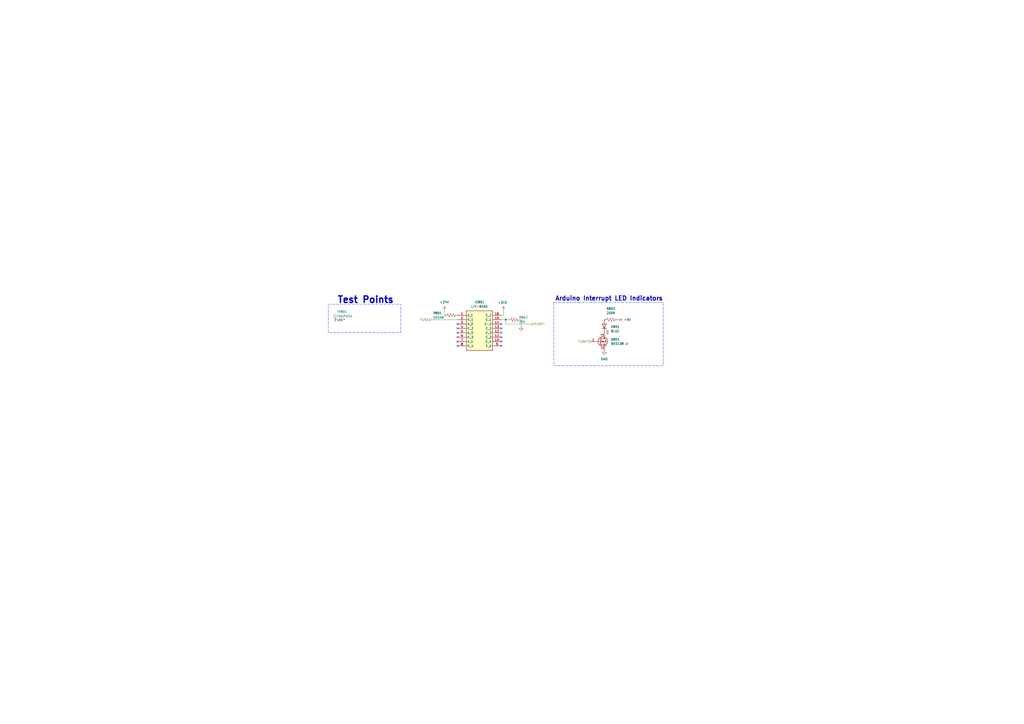
<source format=kicad_sch>
(kicad_sch (version 20250114) (generator "eeschema") (generator_version "9.0")
  (paper "A2")
  (title_block (title "MEP MAXI 85V-1 REV 2 Interface Board") (date "2024-12-08") (rev "X1") (company "McMillan Enterprises") (comment 1 "Firmware: John Gilcreast (johngilcreast@gmail.com)") (comment 2 "Hardware: Connor McMillan (connor@mcmillan.website)"))
  (lib_symbols
    (symbol "Connector:TestPoint" (pin_numbers (hide yes)) (pin_names (offset 0.762) (hide yes))
      (property "Reference" "TP" (at 0 6.858 0))
      (property "Value" "TestPoint" (at 0 5.08 0))
      (symbol "TestPoint_0_1"
        (circle (center 0 3.302) (radius 0.762))
      )
      (symbol "TestPoint_1_1"
        (pin passive line (at 0 0 90) (length 2.54) (name "1") (number "1"))
      )
    )
    (symbol "Device:LED" (pin_numbers (hide yes)) (pin_names (offset 1.016) (hide yes))
      (property "Reference" "D" (at 0 2.54 0))
      (property "Value" "LED" (at 0 -2.54 0))
      (symbol "LED_0_1"
        (polyline (pts (xy -3.048 -0.762) (xy -4.572 -2.286) (xy -3.81 -2.286) (xy -4.572 -2.286) (xy -4.572 -1.524)))
        (polyline (pts (xy -1.778 -0.762) (xy -3.302 -2.286) (xy -2.54 -2.286) (xy -3.302 -2.286) (xy -3.302 -1.524)))
        (polyline (pts (xy -1.27 0) (xy 1.27 0)))
        (polyline (pts (xy -1.27 -1.27) (xy -1.27 1.27)) (stroke (width 0.254)))
        (polyline (pts (xy 1.27 -1.27) (xy 1.27 1.27) (xy -1.27 0) (xy 1.27 -1.27)) (stroke (width 0.254)))
      )
      (symbol "LED_1_1"
        (pin passive line (at -3.81 0 0) (length 2.54) (name "K") (number "1"))
        (pin passive line (at 3.81 0 180) (length 2.54) (name "A") (number "2"))
      )
    )
    (symbol "Device:R_US" (pin_numbers (hide yes)) (pin_names (offset 0))
      (property "Reference" "R" (at 2.54 0 90))
      (property "Value" "R_US" (at -2.54 0 90))
      (symbol "R_US_0_1"
        (polyline (pts (xy 0 2.286) (xy 0 2.54)))
        (polyline (pts (xy 0 2.286) (xy 1.016 1.905) (xy 0 1.524) (xy -1.016 1.143) (xy 0 0.762)))
        (polyline (pts (xy 0 0.762) (xy 1.016 0.381) (xy 0 0) (xy -1.016 -0.381) (xy 0 -0.762)))
        (polyline (pts (xy 0 -0.762) (xy 1.016 -1.143) (xy 0 -1.524) (xy -1.016 -1.905) (xy 0 -2.286)))
        (polyline (pts (xy 0 -2.286) (xy 0 -2.54)))
      )
      (symbol "R_US_1_1"
        (pin passive line (at 0 3.81 270) (length 1.27) (name "~") (number "1"))
        (pin passive line (at 0 -3.81 90) (length 1.27) (name "~") (number "2"))
      )
    )
    (symbol "LTV-846S:LTV-846S"
      (property "Reference" "IC" (at 21.59 7.62 0))
      (property "Value" "LTV-846S" (at 21.59 5.08 0))
      (symbol "LTV-846S_1_1"
        (rectangle (start 5.08 2.54) (end 20.32 -20.32) (stroke (width 0.254)) (fill (type background)))
        (pin passive line (at 0 0 0) (length 5.08) (name "A_1") (number "1"))
        (pin passive line (at 0 -2.54 0) (length 5.08) (name "K_1") (number "2"))
        (pin passive line (at 0 -5.08 0) (length 5.08) (name "A_2") (number "3"))
        (pin passive line (at 0 -7.62 0) (length 5.08) (name "K_2") (number "4"))
        (pin passive line (at 0 -10.16 0) (length 5.08) (name "A_3") (number "5"))
        (pin passive line (at 0 -12.7 0) (length 5.08) (name "K_3") (number "6"))
        (pin passive line (at 0 -15.24 0) (length 5.08) (name "A_4") (number "7"))
        (pin passive line (at 0 -17.78 0) (length 5.08) (name "K_4") (number "8"))
        (pin passive line (at 25.4 0 180) (length 5.08) (name "C_1") (number "16"))
        (pin passive line (at 25.4 -2.54 180) (length 5.08) (name "E_1") (number "15"))
        (pin passive line (at 25.4 -5.08 180) (length 5.08) (name "C-2") (number "14"))
        (pin passive line (at 25.4 -7.62 180) (length 5.08) (name "E_2") (number "13"))
        (pin passive line (at 25.4 -10.16 180) (length 5.08) (name "C_3") (number "12"))
        (pin passive line (at 25.4 -12.7 180) (length 5.08) (name "E_3") (number "11"))
        (pin passive line (at 25.4 -15.24 180) (length 5.08) (name "C_4") (number "10"))
        (pin passive line (at 25.4 -17.78 180) (length 5.08) (name "E_4") (number "9"))
      )
    )
    (symbol "Transistor_FET:BSS138" (pin_names (hide yes))
      (property "Reference" "Q" (at 5.08 1.905 0))
      (property "Value" "BSS138" (at 5.08 0 0))
      (symbol "BSS138_0_1"
        (polyline (pts (xy 0.254 1.905) (xy 0.254 -1.905)) (stroke (width 0.254)))
        (polyline (pts (xy 0.254 0) (xy -2.54 0)))
        (polyline (pts (xy 0.762 2.286) (xy 0.762 1.27)) (stroke (width 0.254)))
        (polyline (pts (xy 0.762 0.508) (xy 0.762 -0.508)) (stroke (width 0.254)))
        (polyline (pts (xy 0.762 -1.27) (xy 0.762 -2.286)) (stroke (width 0.254)))
        (polyline (pts (xy 0.762 -1.778) (xy 3.302 -1.778) (xy 3.302 1.778) (xy 0.762 1.778)))
        (polyline (pts (xy 1.016 0) (xy 2.032 0.381) (xy 2.032 -0.381) (xy 1.016 0)) (fill (type outline)))
        (circle (center 1.651 0) (radius 2.794) (stroke (width 0.254)))
        (polyline (pts (xy 2.54 2.54) (xy 2.54 1.778)))
        (circle (center 2.54 1.778) (radius 0.254) (fill (type outline)))
        (circle (center 2.54 -1.778) (radius 0.254) (fill (type outline)))
        (polyline (pts (xy 2.54 -2.54) (xy 2.54 0) (xy 0.762 0)))
        (polyline (pts (xy 2.794 0.508) (xy 2.921 0.381) (xy 3.683 0.381) (xy 3.81 0.254)))
        (polyline (pts (xy 3.302 0.381) (xy 2.921 -0.254) (xy 3.683 -0.254) (xy 3.302 0.381)))
      )
      (symbol "BSS138_1_1"
        (pin input line (at -5.08 0 0) (length 2.54) (name "G") (number "1"))
        (pin passive line (at 2.54 5.08 270) (length 2.54) (name "D") (number "3"))
        (pin passive line (at 2.54 -5.08 90) (length 2.54) (name "S") (number "2"))
      )
    )
    (symbol "power:+24V" (power) (pin_numbers (hide yes)) (pin_names (offset 0) (hide yes))
      (property "Value" "+24V" (at 0 3.556 0))
      (symbol "+24V_0_1"
        (polyline (pts (xy -0.762 1.27) (xy 0 2.54)))
        (polyline (pts (xy 0 2.54) (xy 0.762 1.27)))
        (polyline (pts (xy 0 0) (xy 0 2.54)))
      )
      (symbol "+24V_1_1"
        (pin power_in line (at 0 0 90) (length 0) (name "~") (number "1"))
      )
    )
    (symbol "power:+3V3" (power) (pin_names (offset 0))
      (property "Value" "+3V3" (at 0 3.556 0))
      (symbol "+3V3_0_1"
        (polyline (pts (xy -0.762 1.27) (xy 0 2.54)))
        (polyline (pts (xy 0 2.54) (xy 0.762 1.27)))
        (polyline (pts (xy 0 0) (xy 0 2.54)))
      )
      (symbol "+3V3_1_1"
        (pin power_in line (at 0 0 90) (length 0) (hide yes) (name "+3V3") (number "1"))
      )
    )
    (symbol "power:+5V" (power) (pin_numbers (hide yes)) (pin_names (offset 0) (hide yes))
      (property "Value" "+5V" (at 0 3.556 0))
      (symbol "+5V_0_1"
        (polyline (pts (xy -0.762 1.27) (xy 0 2.54)))
        (polyline (pts (xy 0 2.54) (xy 0.762 1.27)))
        (polyline (pts (xy 0 0) (xy 0 2.54)))
      )
      (symbol "+5V_1_1"
        (pin power_in line (at 0 0 90) (length 0) (name "~") (number "1"))
      )
    )
    (symbol "power:GND" (power) (pin_numbers (hide yes)) (pin_names (offset 0) (hide yes))
      (property "Value" "GND" (at 0 -3.81 0))
      (symbol "GND_0_1"
        (polyline (pts (xy 0 0) (xy 0 -1.27) (xy 1.27 -1.27) (xy 0 -2.54) (xy -1.27 -1.27) (xy 0 -1.27)))
      )
      (symbol "GND_1_1"
        (pin power_in line (at 0 0 270) (length 0) (name "~") (number "1"))
      )
    )
  )
  (polyline (pts (xy 550.1704 381.8459) (xy 546.1239 387.0021) (xy 545.7768 387.0021) (xy 544.819 384.6793) (xy 544.2622 387.4812) (xy 543.5196 387.4812) (xy 544.358 383.2903) (xy 544.9926 383.2903) (xy 545.9581 385.7229) (xy 546.1 386.08) (xy 548.2783 383.2903) (xy 549.0012 382.3644) (xy 550.1234 381.5499) (xy 550.1704 381.8459)) (stroke (width -0.0001) (type solid)) (fill (type color)))
  (polyline (pts (xy 567.2524 388.276) (xy 567.2788 388.2772) (xy 567.305 388.2792) (xy 567.3309 388.282) (xy 567.3565 388.2856) (xy 567.3816 388.2899) (xy 567.4062 388.295) (xy 567.4304 388.3009) (xy 567.454 388.3075) (xy 567.4769 388.3148) (xy 567.4992 388.3228) (xy 567.5208 388.3316) (xy 567.5417 388.341) (xy 567.5617 388.3512) (xy 567.5808 388.362) (xy 567.599 388.3735) (xy 567.5327 388.5095) (xy 567.5162 388.4984) (xy 567.4992 388.4879) (xy 567.4816 388.4782) (xy 567.4635 388.4691) (xy 567.445 388.4608) (xy 567.426 388.4532) (xy 567.4066 388.4463) (xy 567.3868 388.4401) (xy 567.3667 388.4346) (xy 567.3461 388.4298) (xy 567.3253 388.4258) (xy 567.3042 388.4225) (xy 567.2828 388.4199) (xy 567.2612 388.4181) (xy 567.2394 388.417) (xy 567.2174 388.4166) (xy 567.1824 388.4176) (xy 567.1492 388.4204) (xy 567.1177 388.4249) (xy 567.0881 388.4312) (xy 567.0605 388.4392) (xy 567.0348 388.4488) (xy 567.0112 388.46) (xy 566.9898 388.4726) (xy 566.9707 388.4867) (xy 566.9619 388.4943) (xy 566.9538 388.5022) (xy 566.9463 388.5104) (xy 566.9393 388.5189) (xy 566.933 388.5278) (xy 566.9273 388.537) (xy 566.9223 388.5465) (xy 566.9179 388.5563) (xy 566.9141 388.5663) (xy 566.911 388.5767) (xy 566.9086 388.5873) (xy 566.9068 388.5982) (xy 566.9058 388.6093) (xy 566.9054 388.6207) (xy 566.9071 388.6425) (xy 566.9121 388.6624) (xy 566.9202 388.6805) (xy 566.931 388.6969) (xy 566.9445 388.7118) (xy 566.9604 388.7254) (xy 566.9785 388.7378) (xy 566.9985 388.7491) (xy 567.0203 388.7595) (xy 567.0436 388.7692) (xy 567.0939 388.7869) (xy 567.2033 388.8202) (xy 567.2588 388.8382) (xy 567.3126 388.8586) (xy 567.3384 388.8702) (xy 567.363 388.8828) (xy 567.3863 388.8967) (xy 567.4081 388.9119) (xy 567.4281 388.9287) (xy 567.4462 388.9472) (xy 567.462 388.9675) (xy 567.4755 388.9898) (xy 567.4864 389.0142) (xy 567.4944 389.041) (xy 567.4994 389.0701) (xy 567.5011 389.1019) (xy 567.5005 389.1228) (xy 567.4988 389.1432) (xy 567.4959 389.163) (xy 567.4919 389.1823) (xy 567.4867 389.201) (xy 567.4805 389.2191) (xy 567.4733 389.2367) (xy 567.465 389.2536) (xy 567.4557 389.27) (xy 567.4454 389.2858) (xy 567.4341 389.301) (xy 567.4218 389.3155) (xy 567.4087 389.3295) (xy 567.3946 389.3428) (xy 567.3796 389.3554) (xy 567.3638 389.3674) (xy 567.3471 389.3787) (xy 567.3296 389.3894) (xy 567.3113 389.3994) (xy 567.2922 389.4087) (xy 567.2724 389.4173) (xy 567.2518 389.4252) (xy 567.2305 389.4324) (xy 567.2085 389.4389) (xy 567.1858 389.4446) (xy 567.1625 389.4496) (xy 567.1385 389.4539) (xy 567.114 389.4574) (xy 567.0888 389.4601) (xy 567.063 389.4621) (xy 567.0368 389.4633) (xy 567.0099 389.4637) (xy 566.9767 389.463) (xy 566.9438 389.4609) (xy 566.9112 389.4575) (xy 566.879 389.4528) (xy 566.8475 389.447) (xy 566.8167 389.44) (xy 566.7867 389.432) (xy 566.7577 389.423) (xy 566.7298 389.413) (xy 566.7031 389.4022) (xy 566.6778 389.3906) (xy 566.6539 389.3782) (xy 566.6315 389.3652) (xy 566.6109 389.3515) (xy 566.5921 389.3373) (xy 566.5752 389.3226) (xy 566.6482 389.1898) (xy 566.6654 389.2047) (xy 566.6837 389.2189) (xy 566.7033 389.2323) (xy 566.7239 389.2449) (xy 566.7455 389.2567) (xy 566.768 389.2676) (xy 566.7913 389.2776) (xy 566.8154 389.2867) (xy 566.8402 389.2949) (xy 566.8655 389.302) (xy 566.8913 389.3082) (xy 566.9175 389.3133) (xy 566.9441 389.3173) (xy 566.9709 389.3202) (xy 566.9978 389.322) (xy 567.0249 389.3226) (xy 567.0593 389.3218) (xy 567.0922 389.3193) (xy 567.1234 389.3152) (xy 567.153 389.3095) (xy 567.1807 389.3022) (xy 567.2065 389.2934) (xy 567.2303 389.283) (xy 567.252 389.2712) (xy 567.2715 389.2578) (xy 567.2804 389.2506) (xy 567.2887 389.243) (xy 567.2964 389.2351) (xy 567.3035 389.2268) (xy 567.31 389.2182) (xy 567.3158 389.2092) (xy 567.3211 389.1999) (xy 567.3256 389.1902) (xy 567.3295 389.1802) (xy 567.3327 389.1698) (xy 567.3352 389.1591) (xy 567.337 389.1481) (xy 567.3381 389.1368) (xy 567.3385 389.1251) (xy 567.3368 389.1035) (xy 567.3318 389.0838) (xy 567.3238 389.0659) (xy 567.3129 389.0498) (xy 567.2994 389.0351) (xy 567.2835 389.0218) (xy 567.2654 389.0098) (xy 567.2454 388.9987) (xy 567.2236 388.9885) (xy 567.2003 388.9791) (xy 567.15 388.9618) (xy 567.0407 388.9289) (xy 566.9851 388.9108) (xy 566.9313 388.89) (xy 566.9056 388.8781) (xy 566.881 388.8651) (xy 566.8577 388.8507) (xy 566.8359 388.8348) (xy 566.8159 388.8173) (xy 566.7978 388.798) (xy 566.7819 388.7768) (xy 566.7684 388.7534) (xy 566.7576 388.7278) (xy 566.7495 388.6997) (xy 566.7446 388.669) (xy 566.7428 388.6356) (xy 566.7434 388.615) (xy 566.7451 388.5949) (xy 566.748 388.5754) (xy 566.752 388.5563) (xy 566.757 388.5378) (xy 566.7631 388.5198) (xy 566.7702 388.5024) (xy 566.7784 388.4856) (xy 566.7875 388.4693) (xy 566.7977 388.4536) (xy 566.8088 388.4385) (xy 566.8208 388.424) (xy 566.8337 388.4101) (xy 566.8476 388.3968) (xy 566.8623 388.3842) (xy 566.8779 388.3722) (xy 566.8942 388.3609) (xy 566.9115 388.3502) (xy 566.9294 388.3402) (xy 566.9482 388.3309) (xy 566.9677 388.3222) (xy 566.988 388.3143) (xy 567.0089 388.3071) (xy 567.0305 388.3005) (xy 567.0528 388.2948) (xy 567.0758 388.2897) (xy 567.0993 388.2854) (xy 567.1235 388.2819) (xy 567.1482 388.2791) (xy 567.1735 388.2772) (xy 567.1993 388.276) (xy 567.2257 388.2756) (xy 567.2524 388.276)) (stroke (width -0.0001) (type solid)) (fill (type color)))
  (polyline (pts (xy 572.9757 386.352) (xy 573.4943 383.7323) (xy 574.184 383.7323) (xy 573.4355 387.4747) (xy 572.8634 387.4747) (xy 571.329 384.855) (xy 570.8051 387.4747) (xy 570.1154 387.4747) (xy 570.864 383.7323) (xy 571.4359 383.7323) (xy 572.9757 386.352)) (stroke (width -0.0001) (type solid)) (fill (type color)))
  (polyline (pts (xy 560.4285 383.7323) (xy 561.1235 383.7323) (xy 560.4926 386.8866) (xy 562.4494 386.8866) (xy 562.3317 387.4747) (xy 559.68 387.4747) (xy 560.4285 383.7323) (xy 560.4285 383.7323)) (stroke (width -0.0001) (type solid)) (fill (type color)))
  (polyline (pts (xy 551.486 383.6814) (xy 551.6017 383.6891) (xy 551.7142 383.7018) (xy 551.8232 383.7194) (xy 551.9285 383.7421) (xy 552.03 383.7696) (xy 552.1274 383.802) (xy 552.2206 383.8392) (xy 552.3093 383.8812) (xy 552.3933 383.9279) (xy 552.4726 383.9792) (xy 552.5468 384.0352) (xy 552.6157 384.0958) (xy 552.6793 384.1608) (xy 552.7372 384.2304) (xy 552.7893 384.3044) (xy 552.2867 384.7267) (xy 552.2473 384.6751) (xy 552.205 384.6265) (xy 552.16 384.581) (xy 552.1364 384.5595) (xy 552.1122 384.5387) (xy 552.0873 384.5187) (xy 552.0616 384.4995) (xy 552.0353 384.4811) (xy 552.0083 384.4635) (xy 551.9805 384.4467) (xy 551.9521 384.4307) (xy 551.9229 384.4156) (xy 551.8931 384.4013) (xy 551.8313 384.3751) (xy 551.7666 384.3523) (xy 551.6992 384.3329) (xy 551.6289 384.317) (xy 551.5557 384.3045) (xy 551.4797 384.2955) (xy 551.4008 384.2901) (xy 551.319 384.2883) (xy 551.2304 384.2904) (xy 551.1438 384.2966) (xy 551.0595 384.3069) (xy 550.9774 384.321) (xy 550.8976 384.339) (xy 550.8201 384.3607) (xy 550.7449 384.386) (xy 550.6722 384.4148) (xy 550.6019 384.447) (xy 550.5341 384.4825) (xy 550.4689 384.5211) (xy 550.4062 384.5629) (xy 550.3462 384.6077) (xy 550.2888 384.6553) (xy 550.2342 384.7057) (xy 550.1823 384.7588) (xy 550.1332 384.8144) (xy 550.0869 384.8725) (xy 550.0436 384.933) (xy 550.0032 384.9958) (xy 549.9657 385.0606) (xy 549.9313 385.1276) (xy 549.9 385.1965) (xy 549.8718 385.2672) (xy 549.8467 385.3396) (xy 549.8248 385.4137) (xy 549.8062 385.4894) (xy 549.7908 385.5664) (xy 549.7788 385.6448) (xy 549.7702 385.7244) (xy 549.765 385.8051) (xy 549.7632 385.8868) (xy 549.7644 385.9444) (xy 549.768 386.0006) (xy 549.7739 386.0556) (xy 549.7822 386.1092) (xy 549.7928 386.1615) (xy 549.8058 386.2124) (xy 549.8211 386.2618) (xy 549.8387 386.3097) (xy 549.8586 386.3561) (xy 549.8808 386.401) (xy 549.9053 386.4443) (xy 549.9321 386.4859) (xy 549.9612 386.5258) (xy 549.9925 386.5641) (xy 550.0261 386.6006) (xy 550.062 386.6354) (xy 550.1 386.6683) (xy 550.1404 386.6993) (xy 550.1829 386.7285) (xy 550.2276 386.7558) (xy 550.2746 386.781) (xy 550.3238 386.8043) (xy 550.3751 386.8256) (xy 550.4286 386.8447) (xy 550.4843 386.8618) (xy 550.5421 386.8766) (xy 550.6021 386.8894) (xy 550.6643 386.8998) (xy 550.7286 386.908) (xy 550.795 386.914) (xy 550.8635 386.9175) (xy 550.9341 386.9187) (xy 551.0117 386.9171) (xy 551.0879 386.9122) (xy 551.1629 386.904) (xy 551.2364 386.8924) (xy 551.3086 386.8775) (xy 551.3793 386.8592) (xy 551.4485 386.8376) (xy 551.5162 386.8125) (xy 551.5823 386.7839) (xy 551.6468 386.7519) (xy 551.7097 386.7164) (xy 551.7709 386.6774) (xy 551.8303 386.6348) (xy 551.888 386.5887) (xy 551.9439 386.539) (xy 551.998 386.4856) (xy 552.4043 386.924) (xy 552.3341 386.9995) (xy 552.2599 387.0697) (xy 552.1818 387.1346) (xy 552.1001 387.1944) (xy 552.0147 387.2489) (xy 551.926 387.2985) (xy 551.8339 387.3429) (xy 551.7387 387.3825) (xy 551.6405 387.4172) (xy 551.5394 387.447) (xy 551.4356 387.4721) (xy 551.3292 387.4924) (xy 551.2204 387.5082) (xy 551.1092 387.5193) (xy 550.9959 387.526) (xy 550.8806 387.5282) (xy 550.7752 387.5263) (xy 550.6725 387.5206) (xy 550.5726 387.5113) (xy 550.4756 387.4983) (xy 550.3813 387.4818) (xy 550.29 387.4618) (xy 550.2016 387.4383) (xy 550.1162 387.4115) (xy 550.0338 387.3814) (xy 549.9544 387.348) (xy 549.8782 387.3115) (xy 549.805 387.2719) (xy 549.7351 387.2293) (xy 549.6684 387.1836) (xy 549.6049 387.1351) (xy 549.5447 387.0838) (xy 549.4879 387.0296) (xy 549.4344 386.9728) (xy 549.3844 386.9133) (xy 549.3378 386.8513) (xy 549.2947 386.7867) (xy 549.2551 386.7197) (xy 549.2191 386.6503) (xy 549.1868 386.5786) (xy 549.1581 386.5047) (xy 549.1331 386.4285) (xy 549.1118 386.3503) (xy 549.0943 386.27) (xy 549.0806 386.1877) (xy 549.0708 386.1035) (xy 549.0649 386.0175) (xy 549.0629 385.9296) (xy 549.0656 385.8117) (xy 549.0735 385.6955) (xy 549.0866 385.5813) (xy 549.1049 385.4691) (xy 549.1282 385.3591) (xy 549.1564 385.2514) (xy 549.1895 385.1461) (xy 549.2275 385.0434) (xy 549.2701 384.9434) (xy 549.3174 384.8461) (xy 549.3692 384.7519) (xy 549.4255 384.6606) (xy 549.4862 384.5726) (xy 549.5511 384.488) (xy 549.6204 384.4067) (xy 549.6938 384.3291) (xy 549.7712 384.2552) (xy 549.8527 384.1851) (xy 549.938 384.1189) (xy 550.0272 384.0569) (xy 550.1202 383.9991) (xy 550.2168 383.9457) (xy 550.317 383.8967) (xy 550.4207 383.8523) (xy 550.5278 383.8127) (xy 550.6383 383.778) (xy 550.7521 383.7482) (xy 550.869 383.7236) (xy 550.9891 383.7042) (xy 551.1122 383.6902) (xy 551.2382 383.6817) (xy 551.3672 383.6788) (xy 551.486 383.6814)) (stroke (width -0.0001) (type solid)) (fill (type color)))
  (polyline (pts (xy 561.9296 389.4504) (xy 561.7636 389.4504) (xy 561.9959 388.2889) (xy 562.1619 388.2889) (xy 561.9296 389.4504)) (stroke (width -0.0001) (type solid)) (fill (type color)))
  (polyline (pts (xy 551.1609 389.1832) (xy 551.3384 388.2889) (xy 551.5044 388.2889) (xy 551.2721 389.4504) (xy 551.136 389.4504) (xy 550.6166 388.556) (xy 550.4391 389.4504) (xy 550.2732 389.4504) (xy 550.5055 388.2889) (xy 550.6415 388.2889) (xy 551.1609 389.1832)) (stroke (width -0.0001) (type solid)) (fill (type color)))
  (polyline (pts (xy 558.6012 388.2903) (xy 558.6478 388.2946) (xy 558.6916 388.3018) (xy 558.7325 388.3117) (xy 558.7519 388.3177) (xy 558.7705 388.3243) (xy 558.7884 388.3316) (xy 558.8056 388.3396) (xy 558.8219 388.3482) (xy 558.8376 388.3575) (xy 558.8524 388.3675) (xy 558.8664 388.378) (xy 558.8797 388.3892) (xy 558.8921 388.4011) (xy 558.9038 388.4135) (xy 558.9146 388.4266) (xy 558.9246 388.4403) (xy 558.9338 388.4545) (xy 558.9421 388.4694) (xy 558.9496 388.4849) (xy 558.9562 388.5009) (xy 558.962 388.5175) (xy 558.9669 388.5347) (xy 558.971 388.5525) (xy 558.9741 388.5708) (xy 558.9764 388.5896) (xy 558.9777 388.6091) (xy 558.9782 388.629) (xy 558.9776 388.6565) (xy 558.9758 388.6832) (xy 558.9728 388.7092) (xy 558.9686 388.7345) (xy 558.9632 388.7589) (xy 558.9567 388.7826) (xy 558.9491 388.8056) (xy 558.9403 388.8277) (xy 558.9304 388.849) (xy 558.9195 388.8695) (xy 558.9075 388.8892) (xy 558.8944 388.9081) (xy 558.8803 388.9262) (xy 558.8651 388.9433) (xy 558.8489 388.9597) (xy 558.8318 388.9752) (xy 558.8136 388.9898) (xy 558.7945 389.0035) (xy 558.7745 389.0164) (xy 558.7535 389.0283) (xy 558.7316 389.0394) (xy 558.7087 389.0495) (xy 558.685 389.0587) (xy 558.6604 389.067) (xy 558.635 389.0743) (xy 558.6087 389.0807) (xy 558.5815 389.0861) (xy 558.5536 389.0906) (xy 558.5249 389.0941) (xy 558.4953 389.0966) (xy 558.465 389.0981) (xy 558.434 389.0986) (xy 558.1237 389.0986) (xy 558.054 389.4504) (xy 557.8881 389.4504) (xy 557.9873 388.9542) (xy 558.1536 388.9542) (xy 558.4373 388.9542) (xy 558.4806 388.953) (xy 558.5215 388.9492) (xy 558.56 388.9431) (xy 558.596 388.9344) (xy 558.613 388.9292) (xy 558.6294 388.9233) (xy 558.6452 388.9169) (xy 558.6602 388.9098) (xy 558.6746 388.9022) (xy 558.6884 388.8939) (xy 558.7014 388.8851) (xy 558.7138 388.8756) (xy 558.7255 388.8655) (xy 558.7364 388.8549) (xy 558.7467 388.8436) (xy 558.7562 388.8318) (xy 558.765 388.8193) (xy 558.7731 388.8063) (xy 558.7805 388.7927) (xy 558.7871 388.7785) (xy 558.7929 388.7637) (xy 558.798 388.7484) (xy 558.8024 388.7324) (xy 558.8059 388.7159) (xy 558.8087 388.6987) (xy 558.8107 388.6811) (xy 558.8119 388.6628) (xy 558.8123 388.6439) (xy 558.812 388.6311) (xy 558.8112 388.6186) (xy 558.8097 388.6065) (xy 558.8077 388.5949) (xy 558.8051 388.5836) (xy 558.802 388.5727) (xy 558.7983 388.5623) (xy 558.794 388.5522) (xy 558.7892 388.5426) (xy 558.7839 388.5333) (xy 558.778 388.5245) (xy 558.7715 388.516) (xy 558.7646 388.508) (xy 558.7571 388.5004) (xy 558.7491 388.4931) (xy 558.7405 388.4863) (xy 558.7315 388.4799) (xy 558.7219 388.4739) (xy 558.7119 388.4683) (xy 558.7013 388.4631) (xy 558.6902 388.4584) (xy 558.6787 388.454) (xy 558.6666 388.4501) (xy 558.6541 388.4466) (xy 558.6411 388.4434) (xy 558.6276 388.4407) (xy 558.6136 388.4384) (xy 558.5992 388.4366) (xy 558.5843 388.4351) (xy 558.569 388.4341) (xy 558.5531 388.4334) (xy 558.5369 388.4332) (xy 558.2581 388.4332) (xy 558.1536 388.9542) (xy 557.9873 388.9542) (xy 558.1204 388.2889) (xy 558.5518 388.2889) (xy 558.6012 388.2903)) (stroke (width -0.0001) (type solid)) (fill (type color)))
  (polyline (pts (xy 558.7232 383.7323) (xy 559.4181 383.7323) (xy 558.6697 387.4747) (xy 557.9746 387.4747) (xy 558.7232 383.7323) (xy 558.7232 383.7323)) (stroke (width -0.0001) (type solid)) (fill (type color)))
  (polyline (pts (xy 555.106 388.4332) (xy 554.4506 388.4332) (xy 554.3793 388.7899) (xy 554.9633 388.7899) (xy 554.9351 388.931) (xy 554.351 388.931) (xy 554.2764 389.306) (xy 554.955 389.306) (xy 554.9268 389.4504) (xy 554.0822 389.4504) (xy 554.3145 388.2889) (xy 555.1342 388.2889) (xy 555.106 388.4332)) (stroke (width -0.0001) (type solid)) (fill (type color)))
  (rectangle (start 321.31 175.26) (end 384.81 212.09) (stroke (width 0) (type dash)))
  (rectangle (start 190.5 176.53) (end 232.41 193.04) (stroke (width 0) (type dash)))
  (polyline (pts (xy 569.6345 387.4747) (xy 568.9448 387.4747) (xy 568.747 386.6086) (xy 566.8651 386.6086) (xy 566.3252 387.4747) (xy 565.582 387.4747) (xy 566.4995 386.0633) (xy 567.2073 386.0633) (xy 568.6187 386.0633) (xy 568.2391 384.4166) (xy 567.2073 386.0633) (xy 566.4995 386.0633) (xy 568.0146 383.7323) (xy 568.7043 383.7323) (xy 569.6345 387.4747)) (stroke (width -0.0001) (type solid)) (fill (type color)))
  (polyline (pts (xy 565.8197 388.4332) (xy 565.1643 388.4332) (xy 565.0929 388.7899) (xy 565.677 388.7899) (xy 565.6488 388.931) (xy 565.0647 388.931) (xy 564.99 389.306) (xy 565.6687 389.306) (xy 565.6405 389.4504) (xy 564.7959 389.4504) (xy 565.0282 388.2889) (xy 565.8479 388.2889) (xy 565.8197 388.4332)) (stroke (width -0.0001) (type solid)) (fill (type color)))
  (polyline (pts (xy 550.9508 379.5522) (xy 552.4948 378.4315) (xy 551.374 379.9754) (xy 553.2582 380.2747) (xy 551.374 380.5739) (xy 552.4948 382.1179) (xy 550.9508 380.9972) (xy 550.6516 382.8814) (xy 550.3523 380.9972) (xy 548.8084 382.1179) (xy 549.9291 380.5739) (xy 548.0449 380.2747) (xy 549.9291 379.9754) (xy 548.8084 378.4315) (xy 550.3523 379.5522) (xy 550.6516 377.668) (xy 550.9508 379.5522)) (stroke (width -0.0001) (type solid)) (fill (type color)))
  (polyline (pts (xy 555.1734 386.2237) (xy 557.1142 383.7323) (xy 557.713 383.7323) (xy 556.9645 387.4747) (xy 556.3069 387.4747) (xy 556.7934 385.0208) (xy 555.1948 387.047) (xy 554.8848 387.047) (xy 554.0294 384.9726) (xy 553.5321 387.4747) (xy 552.8692 387.4747) (xy 553.6177 383.7323) (xy 554.1844 383.7323) (xy 555.1734 386.2237)) (stroke (width -0.0001) (type solid)) (fill (type color)))
  (polyline (pts (xy 563.6308 383.7323) (xy 564.3258 383.7323) (xy 563.695 386.8866) (xy 565.6517 386.8866) (xy 565.5341 387.4747) (xy 562.8823 387.4747) (xy 563.6308 383.7323) (xy 563.6308 383.7323)) (stroke (width -0.0001) (type solid)) (fill (type color)))
  (polyline (pts (xy 556.6529 388.2903) (xy 556.6997 388.2946) (xy 556.7438 388.3018) (xy 556.7849 388.3117) (xy 556.8044 388.3177) (xy 556.8231 388.3243) (xy 556.8411 388.3316) (xy 556.8583 388.3396) (xy 556.8747 388.3482) (xy 556.8904 388.3575) (xy 556.9053 388.3675) (xy 556.9193 388.378) (xy 556.9326 388.3892) (xy 556.9451 388.4011) (xy 556.9568 388.4135) (xy 556.9676 388.4266) (xy 556.9777 388.4403) (xy 556.9869 388.4545) (xy 556.9952 388.4694) (xy 557.0027 388.4849) (xy 557.0094 388.5009) (xy 557.0152 388.5175) (xy 557.0201 388.5347) (xy 557.0241 388.5525) (xy 557.0273 388.5708) (xy 557.0295 388.5896) (xy 557.0309 388.6091) (xy 557.0314 388.629) (xy 557.0298 388.6714) (xy 557.028 388.6919) (xy 557.0254 388.712) (xy 557.022 388.7316) (xy 557.018 388.7507) (xy 557.0132 388.7694) (xy 557.0077 388.7876) (xy 557.0015 388.8053) (xy 556.9946 388.8226) (xy 556.9871 388.8394) (xy 556.9788 388.8557) (xy 556.9699 388.8715) (xy 556.9604 388.8868) (xy 556.9501 388.9016) (xy 556.9393 388.9159) (xy 556.9277 388.9296) (xy 556.9156 388.9429) (xy 556.9028 388.9557) (xy 556.8894 388.9679) (xy 556.8754 388.9796) (xy 556.8608 388.9907) (xy 556.8455 389.0014) (xy 556.8297 389.0114) (xy 556.7964 389.03) (xy 556.7607 389.0463) (xy 556.7229 389.0603) (xy 556.6829 389.072) (xy 556.8953 389.4504) (xy 556.7194 389.4504) (xy 556.517 389.0953) (xy 556.1751 389.0953) (xy 556.1054 389.4504) (xy 555.9379 389.4504) (xy 556.0371 388.9542) (xy 556.2034 388.9542) (xy 556.4904 388.9542) (xy 556.5337 388.953) (xy 556.5747 388.9492) (xy 556.6131 388.9431) (xy 556.6491 388.9344) (xy 556.6661 388.9292) (xy 556.6825 388.9233) (xy 556.6983 388.9169) (xy 556.7133 388.9098) (xy 556.7277 388.9022) (xy 556.7415 388.8939) (xy 556.7545 388.8851) (xy 556.7669 388.8756) (xy 556.7786 388.8655) (xy 556.7895 388.8549) (xy 556.7998 388.8436) (xy 556.8093 388.8318) (xy 556.8181 388.8193) (xy 556.8262 388.8063) (xy 556.8336 388.7927) (xy 556.8402 388.7785) (xy 556.846 388.7637) (xy 556.8511 388.7484) (xy 556.8555 388.7324) (xy 556.859 388.7159) (xy 556.8618 388.6987) (xy 556.8638 388.6811) (xy 556.865 388.6628) (xy 556.8654 388.6439) (xy 556.8651 388.6311) (xy 556.8642 388.6186) (xy 556.8628 388.6065) (xy 556.8608 388.5949) (xy 556.8582 388.5836) (xy 556.8551 388.5727) (xy 556.8513 388.5623) (xy 556.8471 388.5522) (xy 556.8423 388.5426) (xy 556.8369 388.5333) (xy 556.831 388.5245) (xy 556.8245 388.516) (xy 556.8176 388.508) (xy 556.8101 388.5004) (xy 556.802 388.4931) (xy 556.7934 388.4863) (xy 556.7844 388.4799) (xy 556.7748 388.4739) (xy 556.7646 388.4683) (xy 556.754 388.4631) (xy 556.7429 388.4584) (xy 556.7313 388.454) (xy 556.7191 388.4501) (xy 556.7065 388.4466) (xy 556.6934 388.4434) (xy 556.6798 388.4407) (xy 556.6657 388.4384) (xy 556.6512 388.4366) (xy 556.6362 388.4351) (xy 556.6207 388.4341) (xy 556.6047 388.4334) (xy 556.5883 388.4332) (xy 556.3079 388.4332) (xy 556.2034 388.9542) (xy 556.0371 388.9542) (xy 556.1702 388.2889) (xy 556.6032 388.2889) (xy 556.6529 388.2903)) (stroke (width -0.0001) (type solid)) (fill (type color)))
  (polyline (pts (xy 546.1 386.08) (xy 548.2735 383.2903) (xy 548.2783 383.2903) (xy 546.1 386.08)) (stroke (width -0.0001) (type solid)) (fill (type color)))
  (polyline (pts (xy 563.6225 388.276) (xy 563.6489 388.2772) (xy 563.6751 388.2792) (xy 563.701 388.282) (xy 563.7266 388.2856) (xy 563.7517 388.2899) (xy 563.7764 388.295) (xy 563.8005 388.3009) (xy 563.8241 388.3075) (xy 563.8471 388.3148) (xy 563.8694 388.3228) (xy 563.891 388.3316) (xy 563.9118 388.341) (xy 563.9318 388.3512) (xy 563.9509 388.362) (xy 563.9691 388.3735) (xy 563.9028 388.5095) (xy 563.8863 388.4984) (xy 563.8693 388.4879) (xy 563.8517 388.4782) (xy 563.8337 388.4691) (xy 563.8151 388.4608) (xy 563.7962 388.4532) (xy 563.7767 388.4463) (xy 563.7569 388.4401) (xy 563.7368 388.4346) (xy 563.7163 388.4298) (xy 563.6954 388.4258) (xy 563.6743 388.4225) (xy 563.6529 388.4199) (xy 563.6313 388.4181) (xy 563.6095 388.417) (xy 563.5875 388.4166) (xy 563.5525 388.4176) (xy 563.5193 388.4204) (xy 563.4878 388.4249) (xy 563.4582 388.4312) (xy 563.4306 388.4392) (xy 563.4049 388.4488) (xy 563.3814 388.46) (xy 563.36 388.4726) (xy 563.3408 388.4867) (xy 563.3321 388.4943) (xy 563.3239 388.5022) (xy 563.3164 388.5104) (xy 563.3095 388.5189) (xy 563.3031 388.5278) (xy 563.2975 388.537) (xy 563.2924 388.5465) (xy 563.288 388.5563) (xy 563.2842 388.5663) (xy 563.2811 388.5767) (xy 563.2787 388.5873) (xy 563.277 388.5982) (xy 563.2759 388.6093) (xy 563.2755 388.6207) (xy 563.2773 388.6425) (xy 563.2822 388.6624) (xy 563.2903 388.6805) (xy 563.3011 388.6969) (xy 563.3146 388.7118) (xy 563.3305 388.7254) (xy 563.3486 388.7378) (xy 563.3686 388.7491) (xy 563.3904 388.7595) (xy 563.4137 388.7692) (xy 563.464 388.7869) (xy 563.5734 388.8202) (xy 563.629 388.8382) (xy 563.6828 388.8586) (xy 563.7085 388.8702) (xy 563.7331 388.8828) (xy 563.7564 388.8967) (xy 563.7782 388.9119) (xy 563.7982 388.9287) (xy 563.8163 388.9472) (xy 563.8322 388.9675) (xy 563.8457 388.9898) (xy 563.8565 389.0142) (xy 563.8646 389.041) (xy 563.8695 389.0701) (xy 563.8712 389.1019) (xy 563.8707 389.1228) (xy 563.8689 389.1432) (xy 563.866 389.163) (xy 563.862 389.1823) (xy 563.8569 389.201) (xy 563.8507 389.2191) (xy 563.8434 389.2367) (xy 563.8351 389.2536) (xy 563.8258 389.27) (xy 563.8155 389.2858) (xy 563.8042 389.301) (xy 563.792 389.3155) (xy 563.7788 389.3295) (xy 563.7647 389.3428) (xy 563.7498 389.3554) (xy 563.7339 389.3674) (xy 563.7173 389.3787) (xy 563.6998 389.3894) (xy 563.6815 389.3994) (xy 563.6624 389.4087) (xy 563.6425 389.4173) (xy 563.6219 389.4252) (xy 563.6006 389.4324) (xy 563.5786 389.4389) (xy 563.5559 389.4446) (xy 563.5326 389.4496) (xy 563.5086 389.4539) (xy 563.4841 389.4574) (xy 563.4589 389.4601) (xy 563.4332 389.4621) (xy 563.4069 389.4633) (xy 563.3801 389.4637) (xy 563.3469 389.463) (xy 563.3139 389.4609) (xy 563.2813 389.4575) (xy 563.2491 389.4528) (xy 563.2176 389.447) (xy 563.1868 389.44) (xy 563.1569 389.432) (xy 563.1279 389.423) (xy 563.1 389.413) (xy 563.0733 389.4022) (xy 563.0479 389.3906) (xy 563.024 389.3782) (xy 563.0017 389.3652) (xy 562.981 389.3515) (xy 562.9622 389.3373) (xy 562.9453 389.3226) (xy 563.0183 389.1898) (xy 563.0355 389.2047) (xy 563.0539 389.2189) (xy 563.0734 389.2323) (xy 563.094 389.2449) (xy 563.1156 389.2567) (xy 563.1381 389.2676) (xy 563.1615 389.2776) (xy 563.1855 389.2867) (xy 563.2103 389.2949) (xy 563.2356 389.302) (xy 563.2614 389.3082) (xy 563.2876 389.3133) (xy 563.3142 389.3173) (xy 563.341 389.3202) (xy 563.3679 389.322) (xy 563.395 389.3226) (xy 563.4294 389.3218) (xy 563.4623 389.3193) (xy 563.4936 389.3152) (xy 563.5231 389.3095) (xy 563.5508 389.3022) (xy 563.5766 389.2934) (xy 563.6004 389.283) (xy 563.6221 389.2712) (xy 563.6416 389.2578) (xy 563.6505 389.2506) (xy 563.6588 389.243) (xy 563.6665 389.2351) (xy 563.6736 389.2268) (xy 563.6801 389.2182) (xy 563.686 389.2092) (xy 563.6912 389.1999) (xy 563.6957 389.1902) (xy 563.6996 389.1802) (xy 563.7028 389.1698) (xy 563.7053 389.1591) (xy 563.7071 389.1481) (xy 563.7082 389.1368) (xy 563.7086 389.1251) (xy 563.7069 389.1035) (xy 563.7019 389.0838) (xy 563.6939 389.0659) (xy 563.683 389.0498) (xy 563.6695 389.0351) (xy 563.6536 389.0218) (xy 563.6356 389.0098) (xy 563.6155 388.9987) (xy 563.5938 388.9885) (xy 563.5704 388.9791) (xy 563.5201 388.9618) (xy 563.4108 388.9289) (xy 563.3552 388.9108) (xy 563.3014 388.89) (xy 563.2757 388.8781) (xy 563.2511 388.8651) (xy 563.2278 388.8507) (xy 563.206 388.8348) (xy 563.186 388.8173) (xy 563.1679 388.798) (xy 563.152 388.7768) (xy 563.1386 388.7534) (xy 563.1277 388.7278) (xy 563.1197 388.6997) (xy 563.1147 388.669) (xy 563.113 388.6356) (xy 563.1135 388.615) (xy 563.1153 388.5949) (xy 563.1181 388.5754) (xy 563.1221 388.5563) (xy 563.1271 388.5378) (xy 563.1332 388.5198) (xy 563.1403 388.5024) (xy 563.1485 388.4856) (xy 563.1577 388.4693) (xy 563.1678 388.4536) (xy 563.1789 388.4385) (xy 563.1909 388.424) (xy 563.2039 388.4101) (xy 563.2177 388.3968) (xy 563.2324 388.3842) (xy 563.248 388.3722) (xy 563.2644 388.3609) (xy 563.2816 388.3502) (xy 563.2996 388.3402) (xy 563.3183 388.3309) (xy 563.3378 388.3222) (xy 563.3581 388.3143) (xy 563.379 388.3071) (xy 563.4007 388.3005) (xy 563.4229 388.2948) (xy 563.4459 388.2897) (xy 563.4694 388.2854) (xy 563.4936 388.2819) (xy 563.5183 388.2791) (xy 563.5436 388.2772) (xy 563.5695 388.276) (xy 563.5958 388.2756) (xy 563.6225 388.276)) (stroke (width -0.0001) (type solid)) (fill (type color)))
  (polyline (pts (xy 549.4413 388.4332) (xy 548.7859 388.4332) (xy 548.7146 388.7899) (xy 549.2986 388.7899) (xy 549.2704 388.931) (xy 548.6863 388.931) (xy 548.6117 389.306) (xy 549.2903 389.306) (xy 549.2621 389.4504) (xy 548.4175 389.4504) (xy 548.6498 388.2889) (xy 549.4695 388.2889) (xy 549.4413 388.4332)) (stroke (width -0.0001) (type solid)) (fill (type color)))
  (polyline (pts (xy 553.36 388.4332) (xy 552.9635 388.4332) (xy 552.7593 389.4504) (xy 552.5951 389.4504) (xy 552.7975 388.4332) (xy 552.401 388.4332) (xy 552.4292 388.2889) (xy 553.3899 388.2889) (xy 553.36 388.4332)) (stroke (width -0.0001) (type solid)) (fill (type color)))
  (polyline (pts (xy 560.5284 388.2903) (xy 560.5753 388.2946) (xy 560.6193 388.3018) (xy 560.6605 388.3117) (xy 560.6799 388.3177) (xy 560.6986 388.3243) (xy 560.7166 388.3316) (xy 560.7338 388.3396) (xy 560.7502 388.3482) (xy 560.7659 388.3575) (xy 560.7808 388.3675) (xy 560.7949 388.378) (xy 560.8082 388.3892) (xy 560.8207 388.4011) (xy 560.8323 388.4135) (xy 560.8432 388.4266) (xy 560.8532 388.4403) (xy 560.8624 388.4545) (xy 560.8708 388.4694) (xy 560.8783 388.4849) (xy 560.8849 388.5009) (xy 560.8907 388.5175) (xy 560.8956 388.5347) (xy 560.8997 388.5525) (xy 560.9028 388.5708) (xy 560.9051 388.5896) (xy 560.9064 388.6091) (xy 560.9069 388.629) (xy 560.9054 388.6714) (xy 560.9035 388.6919) (xy 560.9009 388.712) (xy 560.8976 388.7316) (xy 560.8935 388.7507) (xy 560.8887 388.7694) (xy 560.8832 388.7876) (xy 560.8771 388.8053) (xy 560.8702 388.8226) (xy 560.8626 388.8394) (xy 560.8544 388.8557) (xy 560.8455 388.8715) (xy 560.8359 388.8868) (xy 560.8257 388.9016) (xy 560.8148 388.9159) (xy 560.8033 388.9296) (xy 560.7911 388.9429) (xy 560.7783 388.9557) (xy 560.7649 388.9679) (xy 560.7509 388.9796) (xy 560.7363 388.9907) (xy 560.7211 389.0014) (xy 560.7053 389.0114) (xy 560.6719 389.03) (xy 560.6363 389.0463) (xy 560.5984 389.0603) (xy 560.5584 389.072) (xy 560.7708 389.4504) (xy 560.595 389.4504) (xy 560.3925 389.0953) (xy 560.0507 389.0953) (xy 559.981 389.4504) (xy 559.8134 389.4504) (xy 559.9126 388.9542) (xy 560.0789 388.9542) (xy 560.366 388.9542) (xy 560.4093 388.953) (xy 560.4502 388.9492) (xy 560.4887 388.9431) (xy 560.5247 388.9344) (xy 560.5417 388.9292) (xy 560.5581 388.9233) (xy 560.5738 388.9169) (xy 560.5889 388.9098) (xy 560.6033 388.9022) (xy 560.617 388.8939) (xy 560.6301 388.8851) (xy 560.6424 388.8756) (xy 560.6541 388.8655) (xy 560.6651 388.8549) (xy 560.6753 388.8436) (xy 560.6849 388.8318) (xy 560.6937 388.8193) (xy 560.7018 388.8063) (xy 560.7091 388.7927) (xy 560.7157 388.7785) (xy 560.7216 388.7637) (xy 560.7267 388.7484) (xy 560.731 388.7324) (xy 560.7346 388.7159) (xy 560.7373 388.6987) (xy 560.7393 388.6811) (xy 560.7405 388.6628) (xy 560.7409 388.6439) (xy 560.7407 388.6311) (xy 560.7398 388.6186) (xy 560.7383 388.6065) (xy 560.7363 388.5949) (xy 560.7337 388.5836) (xy 560.7306 388.5727) (xy 560.7269 388.5623) (xy 560.7226 388.5522) (xy 560.7178 388.5426) (xy 560.7124 388.5333) (xy 560.7065 388.5245) (xy 560.7001 388.516) (xy 560.6931 388.508) (xy 560.6856 388.5004) (xy 560.6775 388.4931) (xy 560.669 388.4863) (xy 560.6599 388.4799) (xy 560.6503 388.4739) (xy 560.6402 388.4683) (xy 560.6295 388.4631) (xy 560.6184 388.4584) (xy 560.6068 388.454) (xy 560.5947 388.4501) (xy 560.582 388.4466) (xy 560.5689 388.4434) (xy 560.5553 388.4407) (xy 560.5413 388.4384) (xy 560.5267 388.4366) (xy 560.5117 388.4351) (xy 560.4962 388.4341) (xy 560.4803 388.4334) (xy 560.4638 388.4332) (xy 560.1834 388.4332) (xy 560.0789 388.9542) (xy 559.9126 388.9542) (xy 560.0457 388.2889) (xy 560.4788 388.2889) (xy 560.5284 388.2903)) (stroke (width -0.0001) (type solid)) (fill (type color)))
  (polyline (pts (xy 548.1058 387.4812) (xy 547.3695 387.4812) (xy 547.7749 385.4355) (xy 548.7681 384.17) (xy 548.1058 387.4812)) (stroke (width -0.0001) (type solid)) (fill (type color)))
  (polyline (pts (xy 546.1 386.08) (xy 548.2735 383.2903) (xy 548.2783 383.2903) (xy 546.1 386.08)) (stroke (width -0.0001) (type solid)) (fill (type color)))
  (text "Test Points" (at 212.09 173.99 0) (effects (font (size 3.81 3.81) (thickness 0.762) (bold yes))))
  (text "Arduino Interrupt LED Indicators" (at 353.314 173.228 0) (effects (font (size 2.54 2.54) (thickness 0.508) (bold yes))))
  (junction (at 293.37 185.42))
  (no_connect (at 265.43 190.5))
  (no_connect (at 290.83 198.12))
  (no_connect (at 265.43 195.58))
  (no_connect (at 290.83 187.96))
  (no_connect (at 290.83 190.5))
  (no_connect (at 265.43 193.04))
  (no_connect (at 265.43 198.12))
  (no_connect (at 265.43 187.96))
  (no_connect (at 290.83 195.58))
  (no_connect (at 265.43 200.66))
  (no_connect (at 290.83 193.04))
  (no_connect (at 290.83 200.66))
  (wire (pts (xy 293.37 187.96) (xy 308.61 187.96)))
  (wire (pts (xy 294.64 185.42) (xy 293.37 185.42)))
  (wire (pts (xy 302.26 185.42) (xy 302.26 189.23)))
  (wire (pts (xy 292.1 180.34) (xy 292.1 182.88)))
  (wire (pts (xy 290.83 182.88) (xy 292.1 182.88)))
  (wire (pts (xy 293.37 185.42) (xy 290.83 185.42)))
  (wire (pts (xy 293.37 185.42) (xy 293.37 187.96)))
  (wire (pts (xy 250.19 185.42) (xy 265.43 185.42)))
  (wire (pts (xy 257.81 180.34) (xy 257.81 182.88)))
  (label "FUSE*" (at 194.31 186.69 0))
  (hierarchical_label "FUSE*" (shape output) (at 308.61 187.96 0))
  (hierarchical_label "FUSE*" (shape input) (at 342.9 198.12 180))
  (hierarchical_label "FUSE" (shape input) (at 250.19 185.42 180))
  (symbol (lib_id "power:+24V") (at 257.81 180.34 0) (unit 1)
    (property "Reference" "#PWR0801" (effects (hide yes)))
    (property "Value" "+24V" (at 257.81 175.26 0))
    (property "Description" "Power symbol creates a global label with name \"+24V\"" (effects (hide yes)))
  )
  (symbol (lib_id "Device:R_US") (at 298.45 185.42 90) (unit 1)
    (property "Reference" "R802" (at 300.99 184.15 90) (effects (justify right)))
    (property "Value" "20K" (at 300.99 186.69 90) (effects (justify right)))
    (property "Footprint" "Resistor_SMD:R_0805_2012Metric" (effects (hide yes)))
    (property "Description" "Resistor, US symbol" (effects (hide yes)))
  )
  (symbol (lib_id "power:GND") (at 302.26 189.23 0) (unit 1)
    (property "Reference" "#PWR0803" (effects (hide yes)))
    (property "Value" "GND" (effects (hide yes)))
    (property "Description" "Power symbol creates a global label with name \"GND\" , ground" (effects (hide yes)))
  )
  (symbol (lib_id "LTV-846S:LTV-846S") (at 265.43 182.88 0) (unit 1)
    (property "Reference" "IC801" (at 278.13 175.26 0))
    (property "Value" "LTV-846S" (at 278.13 177.8 0))
    (property "Footprint" "LTV-846S:LTV846S" (effects (hide yes)))
    (property "Datasheet" "https://media.digikey.com/pdf/Data%20Sheets/Lite-On%20PDFs/LTV-816_826_846.pdf" (effects (hide yes)))
    (property "Description" "Optocoupler Transistor O/P, 80V, SMD16 Lite-On LTV-846S DC Input Transistor Output Quad Optocoupler, Surface Mount, 16-Pin PDIP" (effects (hide yes)))
    (property "Height" "4.6" (effects (hide yes)))
    (property "Mouser Part Number" "859-LTV-846S" (effects (hide yes)))
    (property "Mouser Price/Stock" "https://www.mouser.co.uk/ProductDetail/Lite-On/LTV-846S?qs=mugDbBsgkzfnKotYIW64TQ%3D%3D" (effects (hide yes)))
    (property "Manufacturer_Name" "Lite-On" (effects (hide yes)))
    (property "Manufacturer_Part_Number" "LTV-846S" (effects (hide yes)))
    (property "LCSC" "C571217" (effects (hide yes)))
  )
  (symbol (lib_id "power:+5V") (at 358.14 185.42 270) (unit 1)
    (property "Reference" "#PWR0805" (effects (hide yes)))
    (property "Value" "+5V" (at 361.95 185.4199 90) (effects (justify left)))
    (property "Description" "Power symbol creates a global label with name \"+5V\"" (effects (hide yes)))
  )
  (symbol (lib_id "Device:R_US") (at 354.33 185.42 90) (unit 1)
    (property "Reference" "R803" (at 354.33 179.07 90))
    (property "Value" "200R" (at 354.33 181.61 90))
    (property "Footprint" "Resistor_SMD:R_1206_3216Metric" (effects (hide yes)))
    (property "Description" "Resistor, US symbol" (effects (hide yes)))
  )
  (symbol (lib_id "Device:LED") (at 350.52 189.23 90) (unit 1)
    (property "Reference" "D801" (at 354.33 189.5474 90) (effects (justify right)))
    (property "Value" "BLUE" (at 354.33 192.0874 90) (effects (justify right)))
    (property "Footprint" "LED_SMD:LED_1210_3225Metric" (effects (hide yes)))
    (property "Description" "Light emitting diode" (effects (hide yes)))
  )
  (symbol (lib_id "power:GND") (at 350.52 203.2 0) (unit 1)
    (property "Reference" "#PWR0804" (effects (hide yes)))
    (property "Value" "GND" (at 350.52 208.28 0))
    (property "Description" "Power symbol creates a global label with name \"GND\" , ground" (effects (hide yes)))
  )
  (symbol (lib_id "power:+3V3") (at 292.1 180.34 0) (unit 1)
    (property "Reference" "#PWR0802" (effects (hide yes)))
    (property "Value" "+3V3" (at 288.798 175.514 0) (effects (justify left)))
  )
  (symbol (lib_id "Transistor_FET:BSS138") (at 347.98 198.12 0) (unit 1)
    (property "Reference" "Q801" (at 354.33 196.8499 0) (effects (justify left)))
    (property "Value" "BSS138 JI" (at 354.33 199.3899 0) (effects (justify left)))
    (property "Footprint" "Package_TO_SOT_SMD:SOT-23" (effects (hide yes)))
    (property "Datasheet" "https://www.onsemi.com/pub/Collateral/BSS138-D.PDF" (effects (hide yes)))
    (property "Description" "50V Vds, 0.22A Id, N-Channel MOSFET, SOT-23" (effects (hide yes)))
  )
  (symbol (lib_id "Device:R_US") (at 261.62 182.88 90) (unit 1)
    (property "Reference" "R801" (at 251.206 181.61 90) (effects (justify right)))
    (property "Value" "1K140" (at 251.206 184.15 90) (effects (justify right)))
    (property "Footprint" "Resistor_SMD:R_0805_2012Metric" (effects (hide yes)))
    (property "Description" "Resistor, US symbol" (effects (hide yes)))
  )
  (symbol (lib_id "Connector:TestPoint") (at 194.31 186.69 0) (unit 1)
    (property "Reference" "TP801" (at 195.326 180.848 0) (effects (justify left)))
    (property "Value" "TestPoint" (at 195.326 183.388 0) (effects (justify left)))
    (property "Footprint" "TestPoint:TestPoint_Loop_D2.60mm_Drill1.6mm_Beaded" (effects (hide yes)))
    (property "Description" "test point" (effects (hide yes)))
  )
)
</source>
